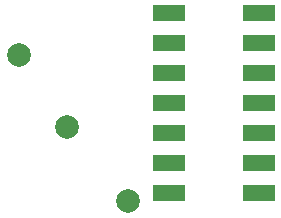
<source format=gbs>
%FSLAX25Y25*%
%MOIN*%
G70*
G01*
G75*
G04 Layer_Color=16711935*
%ADD10R,0.05709X0.03500*%
%ADD11R,0.03150X0.05000*%
%ADD12R,0.03937X0.06102*%
%ADD13R,0.03150X0.05512*%
%ADD14R,0.05118X0.05906*%
%ADD15R,0.04318X0.05906*%
%ADD16R,0.02756X0.06890*%
%ADD17R,0.06890X0.05512*%
%ADD18C,0.02500*%
%ADD19C,0.03000*%
%ADD20C,0.02700*%
%ADD21R,0.10000X0.05000*%
%ADD22C,0.07087*%
%ADD23C,0.01000*%
%ADD24C,0.00787*%
%ADD25C,0.00500*%
%ADD26R,0.33465X0.07874*%
%ADD27R,0.09843X0.07874*%
%ADD28R,0.06509X0.04300*%
%ADD29R,0.03950X0.05800*%
%ADD30R,0.04737X0.06902*%
%ADD31R,0.03950X0.06312*%
%ADD32R,0.05918X0.06706*%
%ADD33R,0.05118X0.06706*%
%ADD34R,0.03556X0.07690*%
%ADD35R,0.07690X0.06312*%
%ADD36R,0.10800X0.05800*%
%ADD37C,0.07887*%
D36*
X358500Y390000D02*
D03*
Y380000D02*
D03*
Y370000D02*
D03*
Y360000D02*
D03*
Y350000D02*
D03*
Y340000D02*
D03*
Y330000D02*
D03*
X388500Y390000D02*
D03*
Y380000D02*
D03*
Y370000D02*
D03*
Y360000D02*
D03*
Y350000D02*
D03*
Y340000D02*
D03*
Y330000D02*
D03*
D37*
X345000Y327500D02*
D03*
X308500Y376000D02*
D03*
X324500Y352000D02*
D03*
M02*

</source>
